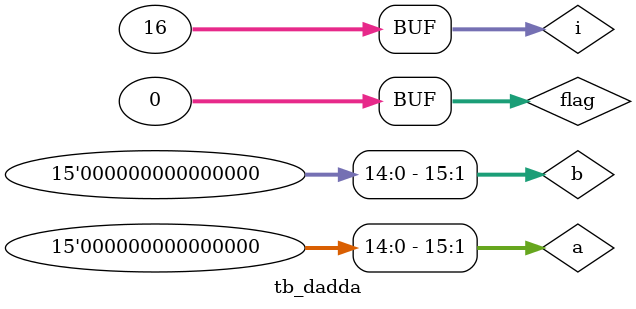
<source format=v>
module tb_dadda;
reg [15:0] a,b;
wire [31:0] result;
reg [31:0] glden_ref;
daddamul dut(a,b,result);
integer seed,i;
integer flag=0;
initial 
begin

for(i=0;i<=15;i=i+1)
begin
a=$random;
b=$random;
glden_ref=a*b;
$monitor("At time %d , a is %d , b is %d, result is %d ",$time,a,b,result);
#5 if(glden_ref!=result) 
		flag=flag+1;
#5;
end


end
endmodule 





</source>
